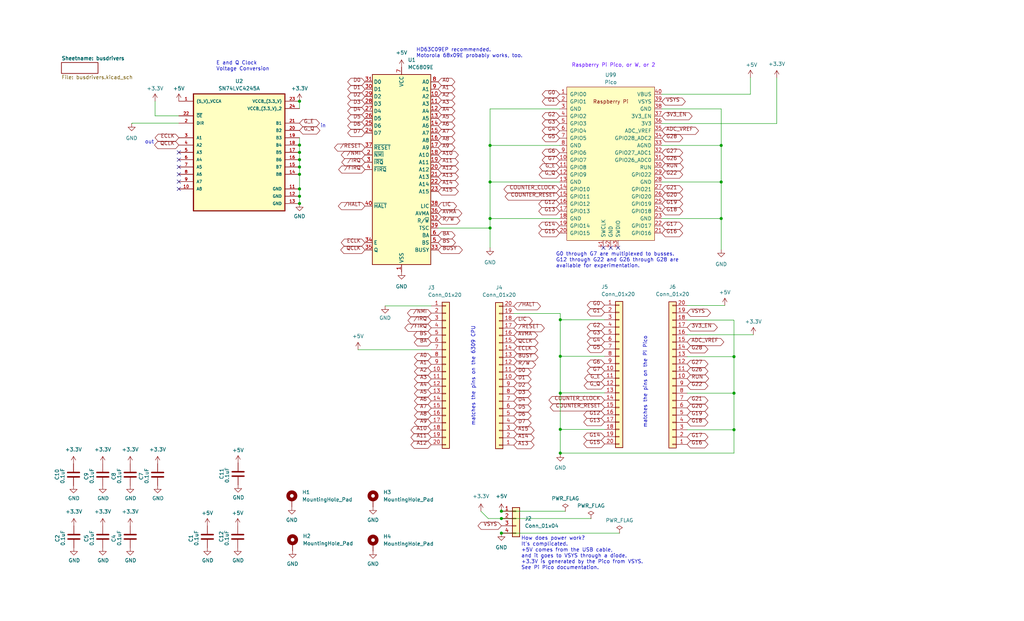
<source format=kicad_sch>
(kicad_sch (version 20230121) (generator eeschema)
  (paper "USLegal")
  (title_block (title "TFR/905  (6309  SBC) for RPi Pico (1, 2, W)") (date "2025-02-20") (company "Henry Strickland   <strick@yak.net>  github.com/strickyak/tfr9") (comment 3 "Released under the MIT License (opensource.org/license/mit)"))
  (lib_symbols
    (symbol "+5V_1" (power) (pin_names (offset 0))
      (property "Value" "+5V_1" (at 0 3.556 0))
      (symbol "+5V_1_1_1"
        (pin power_in line (at 0 0 90) (length 0) hide (name "+5V") (number "1"))
      )
    )
    (symbol "+5V_2" (power) (pin_names (offset 0))
      (property "Value" "+5V_2" (at 0 3.556 0))
      (symbol "+5V_2_1_1"
        (pin power_in line (at 0 0 90) (length 0) hide (name "+5V") (number "1"))
      )
    )
    (symbol "+5V_3" (power) (pin_names (offset 0))
      (property "Value" "+5V_3" (at 0 3.556 0))
      (symbol "+5V_3_1_1"
        (pin power_in line (at 0 0 90) (length 0) hide (name "+5V") (number "1"))
      )
    )
    (symbol "+5V_4" (power) (pin_names (offset 0))
      (property "Value" "+5V_4" (at 0 3.556 0))
      (symbol "+5V_4_1_1"
        (pin power_in line (at 0 0 90) (length 0) hide (name "+5V") (number "1"))
      )
    )
    (symbol "+5V_5" (power) (pin_names (offset 0))
      (property "Value" "+5V_5" (at 0 3.556 0))
      (symbol "+5V_5_1_1"
        (pin power_in line (at 0 0 90) (length 0) hide (name "+5V") (number "1"))
      )
    )
    (symbol "+5V_6" (power) (pin_names (offset 0))
      (property "Value" "+5V_6" (at 0 3.556 0))
      (symbol "+5V_6_1_1"
        (pin power_in line (at 0 0 90) (length 0) hide (name "+5V") (number "1"))
      )
    )
    (symbol "CPU_NXP_6800:MC6809E"
      (property "Reference" "U" (at -7.62 34.544 0))
      (property "Value" "MC6809E" (at 10.16 34.544 0))
      (symbol "MC6809E_1_1"
        (pin power_in line (at 0 -35.56 90) (length 2.54) (name "VSS") (number "1"))
        (pin output line (at 12.7 25.4 180) (length 2.54) (name "A2") (number "10"))
        (pin output line (at 12.7 22.86 180) (length 2.54) (name "A3") (number "11"))
        (pin output line (at 12.7 20.32 180) (length 2.54) (name "A4") (number "12"))
        (pin output line (at 12.7 17.78 180) (length 2.54) (name "A5") (number "13"))
        (pin output line (at 12.7 15.24 180) (length 2.54) (name "A6") (number "14"))
        (pin output line (at 12.7 12.7 180) (length 2.54) (name "A7") (number "15"))
        (pin output line (at 12.7 10.16 180) (length 2.54) (name "A8") (number "16"))
        (pin output line (at 12.7 7.62 180) (length 2.54) (name "A9") (number "17"))
        (pin output line (at 12.7 5.08 180) (length 2.54) (name "A10") (number "18"))
        (pin output line (at 12.7 2.54 180) (length 2.54) (name "A11") (number "19"))
        (pin input line (at -12.7 5.08 0) (length 2.54) (name "~{NMI}") (number "2"))
        (pin output line (at 12.7 0 180) (length 2.54) (name "A12") (number "20"))
        (pin output line (at 12.7 -2.54 180) (length 2.54) (name "A13") (number "21"))
        (pin output line (at 12.7 -5.08 180) (length 2.54) (name "A14") (number "22"))
        (pin output line (at 12.7 -7.62 180) (length 2.54) (name "A15") (number "23"))
        (pin bidirectional line (at -12.7 12.7 0) (length 2.54) (name "D7") (number "24"))
        (pin bidirectional line (at -12.7 15.24 0) (length 2.54) (name "D6") (number "25"))
        (pin bidirectional line (at -12.7 17.78 0) (length 2.54) (name "D5") (number "26"))
        (pin bidirectional line (at -12.7 20.32 0) (length 2.54) (name "D4") (number "27"))
        (pin bidirectional line (at -12.7 22.86 0) (length 2.54) (name "D3") (number "28"))
        (pin bidirectional line (at -12.7 25.4 0) (length 2.54) (name "D2") (number "29"))
        (pin input line (at -12.7 2.54 0) (length 2.54) (name "~{IRQ}") (number "3"))
        (pin bidirectional line (at -12.7 27.94 0) (length 2.54) (name "D1") (number "30"))
        (pin bidirectional line (at -12.7 30.48 0) (length 2.54) (name "D0") (number "31"))
        (pin output line (at 12.7 -17.78 180) (length 2.54) (name "R/~{W}") (number "32"))
        (pin output line (at 12.7 -27.94 180) (length 2.54) (name "BUSY") (number "33"))
        (pin input line (at -12.7 -25.4 0) (length 2.54) (name "E") (number "34"))
        (pin input line (at -12.7 -27.94 0) (length 2.54) (name "Q") (number "35"))
        (pin output line (at 12.7 -15.24 180) (length 2.54) (name "AVMA") (number "36"))
        (pin input line (at -12.7 7.62 0) (length 2.54) (name "~{RESET}") (number "37"))
        (pin output line (at 12.7 -12.7 180) (length 2.54) (name "LIC") (number "38"))
        (pin output line (at 12.7 -20.32 180) (length 2.54) (name "TSC") (number "39"))
        (pin input line (at -12.7 0 0) (length 2.54) (name "~{FIRQ}") (number "4"))
        (pin input line (at -12.7 -12.7 0) (length 2.54) (name "~{HALT}") (number "40"))
        (pin output line (at 12.7 -25.4 180) (length 2.54) (name "BS") (number "5"))
        (pin output line (at 12.7 -22.86 180) (length 2.54) (name "BA") (number "6"))
        (pin power_in line (at 0 35.56 270) (length 2.54) (name "VCC") (number "7"))
        (pin output line (at 12.7 30.48 180) (length 2.54) (name "A0") (number "8"))
        (pin output line (at 12.7 27.94 180) (length 2.54) (name "A1") (number "9"))
      )
    )
    (symbol "Connector_Generic:Conn_01x04" (pin_names (offset 1.016) hide)
      (property "Reference" "J" (at 0 5.08 0))
      (property "Value" "Conn_01x04" (at 0 -7.62 0))
      (symbol "Conn_01x04_1_1"
        (pin passive line (at -5.08 2.54 0) (length 3.81) (name "Pin_1") (number "1"))
        (pin passive line (at -5.08 0 0) (length 3.81) (name "Pin_2") (number "2"))
        (pin passive line (at -5.08 -2.54 0) (length 3.81) (name "Pin_3") (number "3"))
        (pin passive line (at -5.08 -5.08 0) (length 3.81) (name "Pin_4") (number "4"))
      )
    )
    (symbol "Connector_Generic:Conn_01x20" (pin_names (offset 1.016) hide)
      (property "Reference" "J" (at 0 25.4 0))
      (property "Value" "Conn_01x20" (at 0 -27.94 0))
      (symbol "Conn_01x20_1_1"
        (pin passive line (at -5.08 22.86 0) (length 3.81) (name "Pin_1") (number "1"))
        (pin passive line (at -5.08 0 0) (length 3.81) (name "Pin_10") (number "10"))
        (pin passive line (at -5.08 -2.54 0) (length 3.81) (name "Pin_11") (number "11"))
        (pin passive line (at -5.08 -5.08 0) (length 3.81) (name "Pin_12") (number "12"))
        (pin passive line (at -5.08 -7.62 0) (length 3.81) (name "Pin_13") (number "13"))
        (pin passive line (at -5.08 -10.16 0) (length 3.81) (name "Pin_14") (number "14"))
        (pin passive line (at -5.08 -12.7 0) (length 3.81) (name "Pin_15") (number "15"))
        (pin passive line (at -5.08 -15.24 0) (length 3.81) (name "Pin_16") (number "16"))
        (pin passive line (at -5.08 -17.78 0) (length 3.81) (name "Pin_17") (number "17"))
        (pin passive line (at -5.08 -20.32 0) (length 3.81) (name "Pin_18") (number "18"))
        (pin passive line (at -5.08 -22.86 0) (length 3.81) (name "Pin_19") (number "19"))
        (pin passive line (at -5.08 20.32 0) (length 3.81) (name "Pin_2") (number "2"))
        (pin passive line (at -5.08 -25.4 0) (length 3.81) (name "Pin_20") (number "20"))
        (pin passive line (at -5.08 17.78 0) (length 3.81) (name "Pin_3") (number "3"))
        (pin passive line (at -5.08 15.24 0) (length 3.81) (name "Pin_4") (number "4"))
        (pin passive line (at -5.08 12.7 0) (length 3.81) (name "Pin_5") (number "5"))
        (pin passive line (at -5.08 10.16 0) (length 3.81) (name "Pin_6") (number "6"))
        (pin passive line (at -5.08 7.62 0) (length 3.81) (name "Pin_7") (number "7"))
        (pin passive line (at -5.08 5.08 0) (length 3.81) (name "Pin_8") (number "8"))
        (pin passive line (at -5.08 2.54 0) (length 3.81) (name "Pin_9") (number "9"))
      )
    )
    (symbol "Device:C" (pin_numbers hide) (pin_names (offset 0.254))
      (property "Reference" "C" (at 0.635 2.54 0))
      (property "Value" "C" (at 0.635 -2.54 0))
      (symbol "C_1_1"
        (pin passive line (at 0 3.81 270) (length 2.794) (name "~") (number "1"))
        (pin passive line (at 0 -3.81 90) (length 2.794) (name "~") (number "2"))
      )
    )
    (symbol "GND_1" (power) (pin_names (offset 0))
      (property "Value" "GND_1" (at 0 -3.81 0))
      (symbol "GND_1_1_1"
        (pin power_in line (at 0 0 270) (length 0) hide (name "GND") (number "1"))
      )
    )
    (symbol "GND_10" (power) (pin_names (offset 0))
      (property "Value" "GND_10" (at 0 -3.81 0))
      (symbol "GND_10_1_1"
        (pin power_in line (at 0 0 270) (length 0) hide (name "GND") (number "1"))
      )
    )
    (symbol "GND_2" (power) (pin_names (offset 0))
      (property "Value" "GND_2" (at 0 -3.81 0))
      (symbol "GND_2_1_1"
        (pin power_in line (at 0 0 270) (length 0) hide (name "GND") (number "1"))
      )
    )
    (symbol "GND_3" (power) (pin_names (offset 0))
      (property "Value" "GND_3" (at 0 -3.81 0))
      (symbol "GND_3_1_1"
        (pin power_in line (at 0 0 270) (length 0) hide (name "GND") (number "1"))
      )
    )
    (symbol "GND_4" (power) (pin_names (offset 0))
      (property "Value" "GND_4" (at 0 -3.81 0))
      (symbol "GND_4_1_1"
        (pin power_in line (at 0 0 270) (length 0) hide (name "GND") (number "1"))
      )
    )
    (symbol "GND_5" (power) (pin_names (offset 0))
      (property "Value" "GND_5" (at 0 -3.81 0))
      (symbol "GND_5_1_1"
        (pin power_in line (at 0 0 270) (length 0) hide (name "GND") (number "1"))
      )
    )
    (symbol "GND_6" (power) (pin_names (offset 0))
      (property "Value" "GND_6" (at 0 -3.81 0))
      (symbol "GND_6_1_1"
        (pin power_in line (at 0 0 270) (length 0) hide (name "GND") (number "1"))
      )
    )
    (symbol "GND_7" (power) (pin_names (offset 0))
      (property "Value" "GND_7" (at 0 -3.81 0))
      (symbol "GND_7_1_1"
        (pin power_in line (at 0 0 270) (length 0) hide (name "GND") (number "1"))
      )
    )
    (symbol "GND_8" (power) (pin_names (offset 0))
      (property "Value" "GND_8" (at 0 -3.81 0))
      (symbol "GND_8_1_1"
        (pin power_in line (at 0 0 270) (length 0) hide (name "GND") (number "1"))
      )
    )
    (symbol "GND_9" (power) (pin_names (offset 0))
      (property "Value" "GND_9" (at 0 -3.81 0))
      (symbol "GND_9_1_1"
        (pin power_in line (at 0 0 270) (length 0) hide (name "GND") (number "1"))
      )
    )
    (symbol "Mechanical:MountingHole_Pad" (pin_numbers hide) (pin_names (offset 1.016) hide)
      (property "Reference" "H" (at 0 6.35 0))
      (property "Value" "MountingHole_Pad" (at 0 4.445 0))
      (symbol "MountingHole_Pad_1_1"
        (pin input line (at 0 -2.54 90) (length 2.54) (name "1") (number "1"))
      )
    )
    (symbol "RPi_Pico:Pico" (pin_names (offset 1.016))
      (property "Reference" "U" (at -13.97 27.94 0))
      (property "Value" "Pico" (at 0 19.05 0))
      (symbol "Pico_0_0"
        (text "Raspberry Pi" (at 0 21.59 0) (effects (font (size 1.27 1.27))))
      )
      (symbol "Pico_1_1"
        (pin bidirectional line (at -17.78 24.13 0) (length 2.54) (name "GPIO0") (number "1"))
        (pin bidirectional line (at -17.78 1.27 0) (length 2.54) (name "GPIO7") (number "10"))
        (pin bidirectional line (at -17.78 -1.27 0) (length 2.54) (name "GPIO8") (number "11"))
        (pin bidirectional line (at -17.78 -3.81 0) (length 2.54) (name "GPIO9") (number "12"))
        (pin power_in line (at -17.78 -6.35 0) (length 2.54) (name "GND") (number "13"))
        (pin bidirectional line (at -17.78 -8.89 0) (length 2.54) (name "GPIO10") (number "14"))
        (pin bidirectional line (at -17.78 -11.43 0) (length 2.54) (name "GPIO11") (number "15"))
        (pin bidirectional line (at -17.78 -13.97 0) (length 2.54) (name "GPIO12") (number "16"))
        (pin bidirectional line (at -17.78 -16.51 0) (length 2.54) (name "GPIO13") (number "17"))
        (pin power_in line (at -17.78 -19.05 0) (length 2.54) (name "GND") (number "18"))
        (pin bidirectional line (at -17.78 -21.59 0) (length 2.54) (name "GPIO14") (number "19"))
        (pin bidirectional line (at -17.78 21.59 0) (length 2.54) (name "GPIO1") (number "2"))
        (pin bidirectional line (at -17.78 -24.13 0) (length 2.54) (name "GPIO15") (number "20"))
        (pin bidirectional line (at 17.78 -24.13 180) (length 2.54) (name "GPIO16") (number "21"))
        (pin bidirectional line (at 17.78 -21.59 180) (length 2.54) (name "GPIO17") (number "22"))
        (pin power_in line (at 17.78 -19.05 180) (length 2.54) (name "GND") (number "23"))
        (pin bidirectional line (at 17.78 -16.51 180) (length 2.54) (name "GPIO18") (number "24"))
        (pin bidirectional line (at 17.78 -13.97 180) (length 2.54) (name "GPIO19") (number "25"))
        (pin bidirectional line (at 17.78 -11.43 180) (length 2.54) (name "GPIO20") (number "26"))
        (pin bidirectional line (at 17.78 -8.89 180) (length 2.54) (name "GPIO21") (number "27"))
        (pin power_in line (at 17.78 -6.35 180) (length 2.54) (name "GND") (number "28"))
        (pin bidirectional line (at 17.78 -3.81 180) (length 2.54) (name "GPIO22") (number "29"))
        (pin power_in line (at -17.78 19.05 0) (length 2.54) (name "GND") (number "3"))
        (pin input line (at 17.78 -1.27 180) (length 2.54) (name "RUN") (number "30"))
        (pin bidirectional line (at 17.78 1.27 180) (length 2.54) (name "GPIO26_ADC0") (number "31"))
        (pin bidirectional line (at 17.78 3.81 180) (length 2.54) (name "GPIO27_ADC1") (number "32"))
        (pin power_in line (at 17.78 6.35 180) (length 2.54) (name "AGND") (number "33"))
        (pin bidirectional line (at 17.78 8.89 180) (length 2.54) (name "GPIO28_ADC2") (number "34"))
        (pin unspecified line (at 17.78 11.43 180) (length 2.54) (name "ADC_VREF") (number "35"))
        (pin unspecified line (at 17.78 13.97 180) (length 2.54) (name "3V3") (number "36"))
        (pin input line (at 17.78 16.51 180) (length 2.54) (name "3V3_EN") (number "37"))
        (pin bidirectional line (at 17.78 19.05 180) (length 2.54) (name "GND") (number "38"))
        (pin unspecified line (at 17.78 21.59 180) (length 2.54) (name "VSYS") (number "39"))
        (pin bidirectional line (at -17.78 16.51 0) (length 2.54) (name "GPIO2") (number "4"))
        (pin unspecified line (at 17.78 24.13 180) (length 2.54) (name "VBUS") (number "40"))
        (pin input line (at -2.54 -29.21 90) (length 2.54) (name "SWCLK") (number "41"))
        (pin power_in line (at 0 -29.21 90) (length 2.54) (name "GND") (number "42"))
        (pin bidirectional line (at 2.54 -29.21 90) (length 2.54) (name "SWDIO") (number "43"))
        (pin bidirectional line (at -17.78 13.97 0) (length 2.54) (name "GPIO3") (number "5"))
        (pin bidirectional line (at -17.78 11.43 0) (length 2.54) (name "GPIO4") (number "6"))
        (pin bidirectional line (at -17.78 8.89 0) (length 2.54) (name "GPIO5") (number "7"))
        (pin power_in line (at -17.78 6.35 0) (length 2.54) (name "GND") (number "8"))
        (pin bidirectional line (at -17.78 3.81 0) (length 2.54) (name "GPIO6") (number "9"))
      )
    )
    (symbol "SN74LVC4245ADWR:SN74LVC4245A" (pin_names (offset 1.016))
      (property "Reference" "U" (at -20.32 26.4 0))
      (property "Value" "SN74LVC4245A" (at -20.32 -18.415 0))
      (symbol "SN74LVC4245A_0_0"
        (pin power_in line (at -25.4 22.86 0) (length 5.08) (name "(5_V)_VCCA") (number "1"))
        (pin bidirectional line (at -25.4 -7.62 0) (length 5.08) (name "A8") (number "10"))
        (pin power_in line (at 16.51 -7.62 180) (length 5.08) (name "GND") (number "11"))
        (pin power_in line (at 16.51 -10.16 180) (length 5.08) (name "GND") (number "12"))
        (pin power_in line (at 16.51 -12.7 180) (length 5.08) (name "GND") (number "13"))
        (pin bidirectional line (at 16.51 -2.54 180) (length 5.08) (name "B8") (number "14"))
        (pin bidirectional line (at 16.51 0 180) (length 5.08) (name "B7") (number "15"))
        (pin bidirectional line (at 16.51 2.54 180) (length 5.08) (name "B6") (number "16"))
        (pin bidirectional line (at 16.51 5.08 180) (length 5.08) (name "B5") (number "17"))
        (pin bidirectional line (at 16.51 7.62 180) (length 5.08) (name "B4") (number "18"))
        (pin bidirectional line (at 16.51 10.16 180) (length 5.08) (name "B3") (number "19"))
        (pin input line (at -25.4 15.24 0) (length 5.08) (name "DIR") (number "2"))
        (pin bidirectional line (at 16.51 12.7 180) (length 5.08) (name "B2") (number "20"))
        (pin bidirectional line (at 16.51 15.24 180) (length 5.08) (name "B1") (number "21"))
        (pin input line (at -25.4 17.78 0) (length 5.08) (name "~{OE}") (number "22"))
        (pin power_in line (at 16.51 22.86 180) (length 5.08) (name "VCCB_(3.3_V)") (number "23"))
        (pin power_in line (at 16.51 20.32 180) (length 5.08) (name "VCCB_(3.3_V)_2") (number "24"))
        (pin bidirectional line (at -25.4 10.16 0) (length 5.08) (name "A1") (number "3"))
        (pin bidirectional line (at -25.4 7.62 0) (length 5.08) (name "A2") (number "4"))
        (pin bidirectional line (at -25.4 5.08 0) (length 5.08) (name "A3") (number "5"))
        (pin bidirectional line (at -25.4 2.54 0) (length 5.08) (name "A4") (number "6"))
        (pin bidirectional line (at -25.4 0 0) (length 5.08) (name "A5") (number "7"))
        (pin bidirectional line (at -25.4 -2.54 0) (length 5.08) (name "A6") (number "8"))
        (pin bidirectional line (at -25.4 -5.08 0) (length 5.08) (name "A7") (number "9"))
      )
    )
    (symbol "power:+3.3V" (power) (pin_names (offset 0))
      (property "Value" "+3.3V" (at 0 3.556 0))
      (symbol "+3.3V_1_1"
        (pin power_in line (at 0 0 90) (length 0) hide (name "+3.3V") (number "1"))
      )
    )
    (symbol "power:+5V" (power) (pin_names (offset 0))
      (property "Value" "+5V" (at 0 3.556 0))
      (symbol "+5V_1_1"
        (pin power_in line (at 0 0 90) (length 0) hide (name "+5V") (number "1"))
      )
    )
    (symbol "power:GND" (power) (pin_names (offset 0))
      (property "Value" "GND" (at 0 -3.81 0))
      (symbol "GND_1_1"
        (pin power_in line (at 0 0 270) (length 0) hide (name "GND") (number "1"))
      )
    )
    (symbol "power:PWR_FLAG" (power) (pin_numbers hide) (pin_names (offset 0) hide)
      (property "Value" "PWR_FLAG" (at 0 3.81 0))
      (symbol "PWR_FLAG_0_0"
        (pin power_out line (at 0 0 90) (length 0) (name "pwr") (number "1"))
      )
    )
  )
  (junction (at 170.18 79.248))
  (junction (at 250.444 75.946))
  (junction (at 194.564 157.48))
  (junction (at 170.18 75.946))
  (junction (at 104.013 35.179))
  (junction (at 104.013 50.419))
  (junction (at 104.013 60.579))
  (junction (at 104.013 55.499))
  (junction (at 174.117 177.673))
  (junction (at 104.013 52.959))
  (junction (at 194.564 123.825))
  (junction (at 170.18 63.246))
  (junction (at 104.013 68.199))
  (junction (at 250.444 63.246))
  (junction (at 104.013 70.739))
  (junction (at 170.18 50.546))
  (junction (at 254.889 136.652))
  (junction (at 104.013 58.039))
  (junction (at 174.117 180.213))
  (junction (at 194.564 149.225))
  (junction (at 194.564 111.125))
  (junction (at 254.889 123.952))
  (junction (at 174.117 185.293))
  (junction (at 254.889 149.352))
  (junction (at 194.564 136.652))
  (junction (at 104.013 65.659))
  (junction (at 250.444 50.546))
  (no_connect (at 62.103 60.579))
  (no_connect (at 212.09 86.106))
  (no_connect (at 62.103 55.499))
  (no_connect (at 62.103 52.959))
  (no_connect (at 214.63 86.106))
  (no_connect (at 62.103 63.119))
  (no_connect (at 62.103 58.039))
  (no_connect (at 62.103 65.659))
  (no_connect (at 209.55 86.106))
  (wire (pts (xy 238.633 149.352) (xy 254.889 149.352)))
  (wire (pts (xy 254.889 123.952) (xy 254.889 111.379)))
  (wire (pts (xy 174.117 180.213) (xy 205.232 180.213)))
  (wire (pts (xy 215.138 185.293) (xy 174.117 185.293)))
  (wire (pts (xy 194.564 111.125) (xy 194.564 123.825)))
  (wire (pts (xy 250.444 37.846) (xy 250.444 50.546)))
  (wire (pts (xy 194.564 136.652) (xy 194.564 149.225)))
  (wire (pts (xy 229.87 37.846) (xy 250.444 37.846)))
  (wire (pts (xy 254.889 157.48) (xy 254.889 149.352)))
  (wire (pts (xy 194.564 108.966) (xy 194.564 111.125)))
  (wire (pts (xy 53.848 40.259) (xy 62.103 40.259)))
  (wire (pts (xy 104.013 35.179) (xy 104.013 37.719)))
  (wire (pts (xy 170.18 37.846) (xy 170.18 50.546)))
  (wire (pts (xy 254.889 149.352) (xy 254.889 136.652)))
  (wire (pts (xy 104.013 60.579) (xy 104.013 65.659)))
  (wire (pts (xy 174.117 177.673) (xy 196.342 177.673)))
  (wire (pts (xy 104.013 65.659) (xy 104.013 68.199)))
  (wire (pts (xy 250.444 75.946) (xy 250.444 86.741)))
  (wire (pts (xy 194.564 157.48) (xy 254.889 157.48)))
  (wire (pts (xy 45.847 42.926) (xy 45.847 42.799)))
  (wire (pts (xy 238.633 106.172) (xy 251.714 106.172)))
  (wire (pts (xy 194.564 123.825) (xy 209.931 123.825)))
  (wire (pts (xy 133.731 106.299) (xy 149.733 106.299)))
  (wire (pts (xy 229.87 42.926) (xy 269.748 42.926)))
  (wire (pts (xy 152.146 79.248) (xy 170.18 79.248)))
  (wire (pts (xy 238.633 116.332) (xy 261.62 116.332)))
  (wire (pts (xy 254.889 111.379) (xy 254.762 111.252)))
  (wire (pts (xy 238.633 136.652) (xy 254.889 136.652)))
  (wire (pts (xy 254.889 136.652) (xy 254.889 123.952)))
  (wire (pts (xy 229.87 32.766) (xy 260.604 32.766)))
  (wire (pts (xy 104.013 50.419) (xy 104.013 52.959)))
  (wire (pts (xy 229.87 50.546) (xy 250.444 50.546)))
  (wire (pts (xy 53.848 35.179) (xy 53.848 40.259)))
  (wire (pts (xy 104.013 58.039) (xy 104.013 60.579)))
  (wire (pts (xy 238.633 111.252) (xy 254.762 111.252)))
  (wire (pts (xy 104.013 47.879) (xy 104.013 50.419)))
  (wire (pts (xy 269.748 27.051) (xy 269.748 42.926)))
  (wire (pts (xy 194.691 136.525) (xy 194.564 136.652)))
  (wire (pts (xy 229.87 75.946) (xy 250.444 75.946)))
  (wire (pts (xy 194.564 157.48) (xy 194.564 157.734)))
  (wire (pts (xy 170.18 79.248) (xy 170.18 86.106)))
  (wire (pts (xy 170.18 63.246) (xy 194.31 63.246)))
  (wire (pts (xy 229.87 63.246) (xy 250.444 63.246)))
  (wire (pts (xy 250.444 50.546) (xy 250.444 63.246)))
  (wire (pts (xy 170.18 50.546) (xy 170.18 63.246)))
  (wire (pts (xy 178.435 108.966) (xy 194.564 108.966)))
  (wire (pts (xy 45.847 42.799) (xy 62.103 42.799)))
  (wire (pts (xy 238.633 123.952) (xy 254.889 123.952)))
  (wire (pts (xy 104.013 55.499) (xy 104.013 58.039)))
  (wire (pts (xy 194.564 123.825) (xy 194.564 136.652)))
  (wire (pts (xy 104.013 52.959) (xy 104.013 55.499)))
  (wire (pts (xy 45.72 42.926) (xy 45.847 42.926)))
  (wire (pts (xy 170.18 63.246) (xy 170.18 75.946)))
  (wire (pts (xy 170.18 75.946) (xy 170.18 79.248)))
  (wire (pts (xy 170.18 75.946) (xy 194.31 75.946)))
  (wire (pts (xy 124.333 121.539) (xy 149.733 121.539)))
  (wire (pts (xy 169.545 180.213) (xy 167.005 177.673)))
  (wire (pts (xy 104.013 68.199) (xy 104.013 70.739)))
  (wire (pts (xy 260.604 26.924) (xy 260.604 32.766)))
  (wire (pts (xy 174.117 180.213) (xy 169.545 180.213)))
  (wire (pts (xy 170.18 37.846) (xy 194.31 37.846)))
  (wire (pts (xy 170.18 50.546) (xy 194.31 50.546)))
  (wire (pts (xy 194.564 111.125) (xy 209.931 111.125)))
  (wire (pts (xy 250.444 63.246) (xy 250.444 75.946)))
  (wire (pts (xy 209.931 136.525) (xy 194.691 136.525)))
  (wire (pts (xy 194.564 149.225) (xy 194.564 157.48)))
  (wire (pts (xy 194.564 149.225) (xy 209.931 149.225)))
  (text "Raspberry Pi Pico, or W, or 2" (at 198.501 23.495 0) (effects (font (size 1.27 1.27)) (justify left bottom)))
  (text "in" (at 111.252 44.577 0) (effects (font (size 1.27 1.27)) (justify left bottom)))
  (text "How does power work?\nIt's complicated.\n+5V comes from the USB cable,\nand it goes to VSYS through a diode.\n+3.3V is generated by the Pico from VSYS.\nSee Pi Pico documentation.\n" (at 180.975 198.12 0) (effects (font (size 1.27 1.27)) (justify left bottom)))
  (text "matches the pins on the Pi Pico" (at 224.79 148.844 90) (effects (font (size 1.27 1.27)) (justify left bottom)))
  (text "HD63C09EP recommended.\nMotorola 68x09E probably works, too. " (at 144.526 20.193 0) (effects (font (size 1.27 1.27)) (justify left bottom)))
  (text "matches the pins on the 6309 CPU" (at 165.1 148.082 90) (effects (font (size 1.27 1.27)) (justify left bottom)))
  (text "out" (at 50.292 50.165 0) (effects (font (size 1.27 1.27)) (justify left bottom)))
  (text "E and Q Clock\nVoltage Conversion" (at 75.057 24.765 0) (effects (font (size 1.27 1.27)) (justify left bottom)))
  (text "G0 through G7 are multiplexed to busses.\nG12 through G22 and G26 through G28 are\navailable for experimentation.\n" (at 193.04 93.218 0) (effects (font (size 1.27 1.27)) (justify left bottom)))
  (global_label "G17" (shape bidirectional) (at 229.87 78.486 0) (property "Intersheetrefs" "${INTERSHEET_REFS}" (effects hide)))
  (global_label "RUN" (shape bidirectional) (at 238.633 131.572 0) (property "Intersheetrefs" "${INTERSHEET_REFS}" (effects hide)))
  (global_label "A11" (shape bidirectional) (at 149.733 152.019 180) (property "Intersheetrefs" "${INTERSHEET_REFS}" (effects hide)))
  (global_label "G6" (shape bidirectional) (at 194.31 53.086 180) (property "Intersheetrefs" "${INTERSHEET_REFS}" (effects hide)))
  (global_label "G1" (shape bidirectional) (at 194.31 35.306 180) (property "Intersheetrefs" "${INTERSHEET_REFS}" (effects hide)))
  (global_label "G27" (shape bidirectional) (at 238.633 126.492 0) (property "Intersheetrefs" "${INTERSHEET_REFS}" (effects hide)))
  (global_label "COUNTER_CLOCK" (shape bidirectional) (at 194.31 65.786 180) (property "Intersheetrefs" "${INTERSHEET_REFS}" (effects hide)))
  (global_label "BUSY" (shape bidirectional) (at 152.146 86.868 0) (property "Intersheetrefs" "${INTERSHEET_REFS}" (effects hide)))
  (global_label "3V3_EN" (shape bidirectional) (at 229.87 40.386 0) (property "Intersheetrefs" "${INTERSHEET_REFS}" (effects hide)))
  (global_label "G4" (shape bidirectional) (at 194.31 45.466 180) (property "Intersheetrefs" "${INTERSHEET_REFS}" (effects hide)))
  (global_label "BUSY" (shape bidirectional) (at 178.435 124.206 0) (property "Intersheetrefs" "${INTERSHEET_REFS}" (effects hide)))
  (global_label "G20" (shape bidirectional) (at 238.633 141.732 0) (property "Intersheetrefs" "${INTERSHEET_REFS}" (effects hide)))
  (global_label "D4" (shape bidirectional) (at 126.746 38.608 180) (property "Intersheetrefs" "${INTERSHEET_REFS}" (effects hide)))
  (global_label "COUNTER_RESET" (shape bidirectional) (at 209.931 141.605 180) (property "Intersheetrefs" "${INTERSHEET_REFS}" (effects hide)))
  (global_label "QCLK" (shape bidirectional) (at 126.746 86.868 180) (property "Intersheetrefs" "${INTERSHEET_REFS}" (effects hide)))
  (global_label "G17" (shape bidirectional) (at 238.633 151.892 0) (property "Intersheetrefs" "${INTERSHEET_REFS}" (effects hide)))
  (global_label "G5" (shape bidirectional) (at 194.31 48.006 180) (property "Intersheetrefs" "${INTERSHEET_REFS}" (effects hide)))
  (global_label "G21" (shape bidirectional) (at 238.633 139.192 0) (property "Intersheetrefs" "${INTERSHEET_REFS}" (effects hide)))
  (global_label "G0" (shape bidirectional) (at 194.31 32.766 180) (property "Intersheetrefs" "${INTERSHEET_REFS}" (effects hide)))
  (global_label "A8" (shape bidirectional) (at 149.733 144.399 180) (property "Intersheetrefs" "${INTERSHEET_REFS}" (effects hide)))
  (global_label "G_E" (shape bidirectional) (at 209.931 131.445 180) (property "Intersheetrefs" "${INTERSHEET_REFS}" (effects hide)))
  (global_label "G2" (shape bidirectional) (at 209.931 113.665 180) (property "Intersheetrefs" "${INTERSHEET_REFS}" (effects hide)))
  (global_label "{slash}RESET" (shape bidirectional) (at 126.746 51.308 180) (property "Intersheetrefs" "${INTERSHEET_REFS}" (effects hide)))
  (global_label "COUNTER_CLOCK" (shape bidirectional) (at 209.931 139.065 180) (property "Intersheetrefs" "${INTERSHEET_REFS}" (effects hide)))
  (global_label "A15" (shape bidirectional) (at 152.146 66.548 0) (property "Intersheetrefs" "${INTERSHEET_REFS}" (effects hide)))
  (global_label "A3" (shape bidirectional) (at 152.146 36.068 0) (property "Intersheetrefs" "${INTERSHEET_REFS}" (effects hide)))
  (global_label "{slash}HALT" (shape bidirectional) (at 178.435 106.426 0) (property "Intersheetrefs" "${INTERSHEET_REFS}" (effects hide)))
  (global_label "{slash}FIRQ" (shape bidirectional) (at 126.746 58.928 180) (property "Intersheetrefs" "${INTERSHEET_REFS}" (effects hide)))
  (global_label "A1" (shape bidirectional) (at 149.733 126.619 180) (property "Intersheetrefs" "${INTERSHEET_REFS}" (effects hide)))
  (global_label "G27" (shape bidirectional) (at 229.87 53.086 0) (property "Intersheetrefs" "${INTERSHEET_REFS}" (effects hide)))
  (global_label "{slash}FIRQ" (shape bidirectional) (at 149.733 113.919 180) (property "Intersheetrefs" "${INTERSHEET_REFS}" (effects hide)))
  (global_label "RUN" (shape bidirectional) (at 229.87 58.166 0) (property "Intersheetrefs" "${INTERSHEET_REFS}" (effects hide)))
  (global_label "G21" (shape bidirectional) (at 229.87 65.786 0) (property "Intersheetrefs" "${INTERSHEET_REFS}" (effects hide)))
  (global_label "{slash}IRQ" (shape bidirectional) (at 126.746 56.388 180) (property "Intersheetrefs" "${INTERSHEET_REFS}" (effects hide)))
  (global_label "G19" (shape bidirectional) (at 229.87 70.866 0) (property "Intersheetrefs" "${INTERSHEET_REFS}" (effects hide)))
  (global_label "{slash}HALT" (shape bidirectional) (at 126.746 71.628 180) (property "Intersheetrefs" "${INTERSHEET_REFS}" (effects hide)))
  (global_label "A0" (shape bidirectional) (at 149.733 124.079 180) (property "Intersheetrefs" "${INTERSHEET_REFS}" (effects hide)))
  (global_label "A7" (shape bidirectional) (at 149.733 141.859 180) (property "Intersheetrefs" "${INTERSHEET_REFS}" (effects hide)))
  (global_label "A0" (shape bidirectional) (at 152.146 28.448 0) (property "Intersheetrefs" "${INTERSHEET_REFS}" (effects hide)))
  (global_label "A13" (shape bidirectional) (at 152.146 61.468 0) (property "Intersheetrefs" "${INTERSHEET_REFS}" (effects hide)))
  (global_label "A4" (shape bidirectional) (at 152.146 38.608 0) (property "Intersheetrefs" "${INTERSHEET_REFS}" (effects hide)))
  (global_label "D2" (shape bidirectional) (at 178.435 134.366 0) (property "Intersheetrefs" "${INTERSHEET_REFS}" (effects hide)))
  (global_label "G19" (shape bidirectional) (at 238.633 144.272 0) (property "Intersheetrefs" "${INTERSHEET_REFS}" (effects hide)))
  (global_label "G3" (shape bidirectional) (at 194.31 42.926 180) (property "Intersheetrefs" "${INTERSHEET_REFS}" (effects hide)))
  (global_label "G12" (shape bidirectional) (at 209.931 144.145 180) (property "Intersheetrefs" "${INTERSHEET_REFS}" (effects hide)))
  (global_label "A12" (shape bidirectional) (at 152.146 58.928 0) (property "Intersheetrefs" "${INTERSHEET_REFS}" (effects hide)))
  (global_label "VSYS" (shape bidirectional) (at 174.117 182.753 180) (property "Intersheetrefs" "${INTERSHEET_REFS}" (effects hide)))
  (global_label "A10" (shape bidirectional) (at 149.733 149.479 180) (property "Intersheetrefs" "${INTERSHEET_REFS}" (effects hide)))
  (global_label "A2" (shape bidirectional) (at 152.146 33.528 0) (property "Intersheetrefs" "${INTERSHEET_REFS}" (effects hide)))
  (global_label "D1" (shape bidirectional) (at 178.435 131.826 0) (property "Intersheetrefs" "${INTERSHEET_REFS}" (effects hide)))
  (global_label "G18" (shape bidirectional) (at 229.87 73.406 0) (property "Intersheetrefs" "${INTERSHEET_REFS}" (effects hide)))
  (global_label "COUNTER_RESET" (shape bidirectional) (at 194.31 68.326 180) (property "Intersheetrefs" "${INTERSHEET_REFS}" (effects hide)))
  (global_label "BA" (shape bidirectional) (at 152.146 81.788 0) (property "Intersheetrefs" "${INTERSHEET_REFS}" (effects hide)))
  (global_label "A6" (shape bidirectional) (at 149.733 139.319 180) (property "Intersheetrefs" "${INTERSHEET_REFS}" (effects hide)))
  (global_label "A14" (shape bidirectional) (at 178.435 152.146 0) (property "Intersheetrefs" "${INTERSHEET_REFS}" (effects hide)))
  (global_label "ECLK" (shape bidirectional) (at 126.746 84.328 180) (property "Intersheetrefs" "${INTERSHEET_REFS}" (effects hide)))
  (global_label "A5" (shape bidirectional) (at 149.733 136.779 180) (property "Intersheetrefs" "${INTERSHEET_REFS}" (effects hide)))
  (global_label "G16" (shape bidirectional) (at 238.633 154.432 0) (property "Intersheetrefs" "${INTERSHEET_REFS}" (effects hide)))
  (global_label "G15" (shape bidirectional) (at 209.931 154.305 180) (property "Intersheetrefs" "${INTERSHEET_REFS}" (effects hide)))
  (global_label "G0" (shape bidirectional) (at 209.931 106.045 180) (property "Intersheetrefs" "${INTERSHEET_REFS}" (effects hide)))
  (global_label "G_Q" (shape bidirectional) (at 209.931 133.985 180) (property "Intersheetrefs" "${INTERSHEET_REFS}" (effects hide)))
  (global_label "G7" (shape bidirectional) (at 209.931 128.905 180) (property "Intersheetrefs" "${INTERSHEET_REFS}" (effects hide)))
  (global_label "{slash}IRQ" (shape bidirectional) (at 149.733 111.379 180) (property "Intersheetrefs" "${INTERSHEET_REFS}" (effects hide)))
  (global_label "G_Q" (shape bidirectional) (at 104.013 45.339 0) (property "Intersheetrefs" "${INTERSHEET_REFS}" (effects hide)))
  (global_label "A12" (shape bidirectional) (at 149.733 154.559 180) (property "Intersheetrefs" "${INTERSHEET_REFS}" (effects hide)))
  (global_label "G18" (shape bidirectional) (at 238.633 146.812 0) (property "Intersheetrefs" "${INTERSHEET_REFS}" (effects hide)))
  (global_label "G14" (shape bidirectional) (at 194.31 78.486 180) (property "Intersheetrefs" "${INTERSHEET_REFS}" (effects hide)))
  (global_label "D0" (shape bidirectional) (at 126.746 28.448 180) (property "Intersheetrefs" "${INTERSHEET_REFS}" (effects hide)))
  (global_label "A7" (shape bidirectional) (at 152.146 46.228 0) (property "Intersheetrefs" "${INTERSHEET_REFS}" (effects hide)))
  (global_label "3V3_EN" (shape bidirectional) (at 238.633 113.792 0) (property "Intersheetrefs" "${INTERSHEET_REFS}" (effects hide)))
  (global_label "G3" (shape bidirectional) (at 209.931 116.205 180) (property "Intersheetrefs" "${INTERSHEET_REFS}" (effects hide)))
  (global_label "G14" (shape bidirectional) (at 209.931 151.765 180) (property "Intersheetrefs" "${INTERSHEET_REFS}" (effects hide)))
  (global_label "VSYS" (shape bidirectional) (at 229.87 35.306 0) (property "Intersheetrefs" "${INTERSHEET_REFS}" (effects hide)))
  (global_label "G4" (shape bidirectional) (at 209.931 118.745 180) (property "Intersheetrefs" "${INTERSHEET_REFS}" (effects hide)))
  (global_label "A10" (shape bidirectional) (at 152.146 53.848 0) (property "Intersheetrefs" "${INTERSHEET_REFS}" (effects hide)))
  (global_label "G26" (shape bidirectional) (at 229.87 55.626 0) (property "Intersheetrefs" "${INTERSHEET_REFS}" (effects hide)))
  (global_label "D1" (shape bidirectional) (at 126.746 30.988 180) (property "Intersheetrefs" "${INTERSHEET_REFS}" (effects hide)))
  (global_label "G28" (shape bidirectional) (at 238.633 121.412 0) (property "Intersheetrefs" "${INTERSHEET_REFS}" (effects hide)))
  (global_label "QCLK" (shape bidirectional) (at 62.103 50.419 180) (property "Intersheetrefs" "${INTERSHEET_REFS}" (effects hide)))
  (global_label "D3" (shape bidirectional) (at 178.435 136.906 0) (property "Intersheetrefs" "${INTERSHEET_REFS}" (effects hide)))
  (global_label "D6" (shape bidirectional) (at 178.435 144.526 0) (property "Intersheetrefs" "${INTERSHEET_REFS}" (effects hide)))
  (global_label "ADC_VREF" (shape bidirectional) (at 238.633 118.872 0) (property "Intersheetrefs" "${INTERSHEET_REFS}" (effects hide)))
  (global_label "G7" (shape bidirectional) (at 194.31 55.626 180) (property "Intersheetrefs" "${INTERSHEET_REFS}" (effects hide)))
  (global_label "A9" (shape bidirectional) (at 149.733 146.939 180) (property "Intersheetrefs" "${INTERSHEET_REFS}" (effects hide)))
  (global_label "G12" (shape bidirectional) (at 194.31 70.866 180) (property "Intersheetrefs" "${INTERSHEET_REFS}" (effects hide)))
  (global_label "R{slash}W" (shape bidirectional) (at 152.146 76.708 0) (property "Intersheetrefs" "${INTERSHEET_REFS}" (effects hide)))
  (global_label "{slash}RESET" (shape bidirectional) (at 178.435 114.046 0) (property "Intersheetrefs" "${INTERSHEET_REFS}" (effects hide)))
  (global_label "G2" (shape bidirectional) (at 194.31 40.386 180) (property "Intersheetrefs" "${INTERSHEET_REFS}" (effects hide)))
  (global_label "ADC_VREF" (shape bidirectional) (at 229.87 45.466 0) (property "Intersheetrefs" "${INTERSHEET_REFS}" (effects hide)))
  (global_label "D5" (shape bidirectional) (at 126.746 41.148 180) (property "Intersheetrefs" "${INTERSHEET_REFS}" (effects hide)))
  (global_label "G26" (shape bidirectional) (at 238.633 129.032 0) (property "Intersheetrefs" "${INTERSHEET_REFS}" (effects hide)))
  (global_label "D5" (shape bidirectional) (at 178.435 141.986 0) (property "Intersheetrefs" "${INTERSHEET_REFS}" (effects hide)))
  (global_label "G22" (shape bidirectional) (at 229.87 60.706 0) (property "Intersheetrefs" "${INTERSHEET_REFS}" (effects hide)))
  (global_label "ECLK" (shape bidirectional) (at 62.103 47.879 180) (property "Intersheetrefs" "${INTERSHEET_REFS}" (effects hide)))
  (global_label "A4" (shape bidirectional) (at 149.733 134.239 180) (property "Intersheetrefs" "${INTERSHEET_REFS}" (effects hide)))
  (global_label "D6" (shape bidirectional) (at 126.746 43.688 180) (property "Intersheetrefs" "${INTERSHEET_REFS}" (effects hide)))
  (global_label "D7" (shape bidirectional) (at 178.435 147.066 0) (property "Intersheetrefs" "${INTERSHEET_REFS}" (effects hide)))
  (global_label "AVMA" (shape bidirectional) (at 178.435 116.586 0) (property "Intersheetrefs" "${INTERSHEET_REFS}" (effects hide)))
  (global_label "G_Q" (shape bidirectional) (at 194.31 60.706 180) (property "Intersheetrefs" "${INTERSHEET_REFS}" (effects hide)))
  (global_label "VSYS" (shape bidirectional) (at 238.633 108.712 0) (property "Intersheetrefs" "${INTERSHEET_REFS}" (effects hide)))
  (global_label "A6" (shape bidirectional) (at 152.146 43.688 0) (property "Intersheetrefs" "${INTERSHEET_REFS}" (effects hide)))
  (global_label "{slash}NMI" (shape bidirectional) (at 149.733 108.839 180) (property "Intersheetrefs" "${INTERSHEET_REFS}" (effects hide)))
  (global_label "G20" (shape bidirectional) (at 229.87 68.326 0) (property "Intersheetrefs" "${INTERSHEET_REFS}" (effects hide)))
  (global_label "D4" (shape bidirectional) (at 178.435 139.446 0) (property "Intersheetrefs" "${INTERSHEET_REFS}" (effects hide)))
  (global_label "D3" (shape bidirectional) (at 126.746 36.068 180) (property "Intersheetrefs" "${INTERSHEET_REFS}" (effects hide)))
  (global_label "A2" (shape bidirectional) (at 149.733 129.159 180) (property "Intersheetrefs" "${INTERSHEET_REFS}" (effects hide)))
  (global_label "G16" (shape bidirectional) (at 229.87 81.026 0) (property "Intersheetrefs" "${INTERSHEET_REFS}" (effects hide)))
  (global_label "{slash}NMI" (shape bidirectional) (at 126.746 53.848 180) (property "Intersheetrefs" "${INTERSHEET_REFS}" (effects hide)))
  (global_label "A3" (shape bidirectional) (at 149.733 131.699 180) (property "Intersheetrefs" "${INTERSHEET_REFS}" (effects hide)))
  (global_label "D0" (shape bidirectional) (at 178.435 129.286 0) (property "Intersheetrefs" "${INTERSHEET_REFS}" (effects hide)))
  (global_label "A11" (shape bidirectional) (at 152.146 56.388 0) (property "Intersheetrefs" "${INTERSHEET_REFS}" (effects hide)))
  (global_label "G_E" (shape bidirectional) (at 194.31 58.166 180) (property "Intersheetrefs" "${INTERSHEET_REFS}" (effects hide)))
  (global_label "A1" (shape bidirectional) (at 152.146 30.988 0) (property "Intersheetrefs" "${INTERSHEET_REFS}" (effects hide)))
  (global_label "LIC" (shape bidirectional) (at 178.435 111.506 0) (property "Intersheetrefs" "${INTERSHEET_REFS}" (effects hide)))
  (global_label "G6" (shape bidirectional) (at 209.931 126.365 180) (property "Intersheetrefs" "${INTERSHEET_REFS}" (effects hide)))
  (global_label "AVMA" (shape bidirectional) (at 152.146 74.168 0) (property "Intersheetrefs" "${INTERSHEET_REFS}" (effects hide)))
  (global_label "QCLK" (shape bidirectional) (at 178.435 119.126 0) (property "Intersheetrefs" "${INTERSHEET_REFS}" (effects hide)))
  (global_label "R{slash}W" (shape bidirectional) (at 178.435 126.746 0) (property "Intersheetrefs" "${INTERSHEET_REFS}" (effects hide)))
  (global_label "BA" (shape bidirectional) (at 149.733 118.999 180) (property "Intersheetrefs" "${INTERSHEET_REFS}" (effects hide)))
  (global_label "G_E" (shape bidirectional) (at 104.013 42.799 0) (property "Intersheetrefs" "${INTERSHEET_REFS}" (effects hide)))
  (global_label "ECLK" (shape bidirectional) (at 178.435 121.666 0) (property "Intersheetrefs" "${INTERSHEET_REFS}" (effects hide)))
  (global_label "G13" (shape bidirectional) (at 194.31 73.406 180) (property "Intersheetrefs" "${INTERSHEET_REFS}" (effects hide)))
  (global_label "G5" (shape bidirectional) (at 209.931 121.285 180) (property "Intersheetrefs" "${INTERSHEET_REFS}" (effects hide)))
  (global_label "A14" (shape bidirectional) (at 152.146 64.008 0) (property "Intersheetrefs" "${INTERSHEET_REFS}" (effects hide)))
  (global_label "D7" (shape bidirectional) (at 126.746 46.228 180) (property "Intersheetrefs" "${INTERSHEET_REFS}" (effects hide)))
  (global_label "BS" (shape bidirectional) (at 152.146 84.328 0) (property "Intersheetrefs" "${INTERSHEET_REFS}" (effects hide)))
  (global_label "LIC" (shape bidirectional) (at 152.146 71.628 0) (property "Intersheetrefs" "${INTERSHEET_REFS}" (effects hide)))
  (global_label "BS" (shape bidirectional) (at 149.733 116.459 180) (property "Intersheetrefs" "${INTERSHEET_REFS}" (effects hide)))
  (global_label "A15" (shape bidirectional) (at 178.435 149.606 0) (property "Intersheetrefs" "${INTERSHEET_REFS}" (effects hide)))
  (global_label "A13" (shape bidirectional) (at 178.435 154.686 0) (property "Intersheetrefs" "${INTERSHEET_REFS}" (effects hide)))
  (global_label "A5" (shape bidirectional) (at 152.146 41.148 0) (property "Intersheetrefs" "${INTERSHEET_REFS}" (effects hide)))
  (global_label "G13" (shape bidirectional) (at 209.931 146.685 180) (property "Intersheetrefs" "${INTERSHEET_REFS}" (effects hide)))
  (global_label "G28" (shape bidirectional) (at 229.87 48.006 0) (property "Intersheetrefs" "${INTERSHEET_REFS}" (effects hide)))
  (global_label "D2" (shape bidirectional) (at 126.746 33.528 180) (property "Intersheetrefs" "${INTERSHEET_REFS}" (effects hide)))
  (global_label "G15" (shape bidirectional) (at 194.31 81.026 180) (property "Intersheetrefs" "${INTERSHEET_REFS}" (effects hide)))
  (global_label "A9" (shape bidirectional) (at 152.146 51.308 0) (property "Intersheetrefs" "${INTERSHEET_REFS}" (effects hide)))
  (global_label "G22" (shape bidirectional) (at 238.633 134.112 0) (property "Intersheetrefs" "${INTERSHEET_REFS}" (effects hide)))
  (global_label "G1" (shape bidirectional) (at 209.931 108.585 180) (property "Intersheetrefs" "${INTERSHEET_REFS}" (effects hide)))
  (global_label "A8" (shape bidirectional) (at 152.146 48.768 0) (property "Intersheetrefs" "${INTERSHEET_REFS}" (effects hide)))
  (symbol (lib_id "power:+3.3V") (at 269.748 27.051 0) (unit 1)
    (property "Reference" "#PWR029" (effects hide))
    (property "Value" "+3.3V" (at 269.748 22.225 0))
  )
  (symbol (lib_id "power:+3.3V") (at 104.013 35.179 0) (unit 1)
    (property "Reference" "#PWR06" (effects hide))
    (property "Value" "+3.3V" (at 104.013 30.734 0))
  )
  (symbol (lib_id "SN74LVC4245ADWR:SN74LVC4245A") (at 87.503 58.039 0) (unit 1)
    (property "Reference" "U2" (at 83.058 28.194 0))
    (property "Value" "SN74LVC4245A" (at 83.058 30.734 0))
    (property "Footprint" "Package_SO:TSSOP-24_4.4x7.8mm_P0.65mm" (effects hide))
    (property "MF" "Texas Instruments" (effects hide))
    (property "Description" "\nOctal Bus Transceiver And 3.3-V To 5-V Shifter With 3-State Outputs\n" (effects hide))
    (property "Package" "SOIC-24 Texas Instruments" (effects hide))
    (property "Price" "None" (effects hide))
    (property "SnapEDA_Link" "https://www.snapeda.com/parts/SN74LVC4245ADWR/Texas+Instruments/view-part/?ref=snap" (effects hide))
    (property "MP" "SN74LVC4245ADWR" (effects hide))
    (property "Availability" "In Stock" (effects hide))
    (property "Check_prices" "https://www.snapeda.com/parts/SN74LVC4245ADWR/Texas+Instruments/view-part/?ref=eda" (effects hide))
  )
  (symbol (lib_name "GND_8") (lib_id "power:GND") (at 129.54 176.149 0) (unit 1)
    (property "Reference" "#PWR026" (effects hide))
    (property "Value" "GND" (at 129.54 180.721 0))
  )
  (symbol (lib_id "Device:C") (at 82.677 164.719 0) (unit 1)
    (property "Reference" "C11" (at 76.962 166.624 90) (effects (justify left)))
    (property "Value" "0.1uF" (at 78.867 167.894 90) (effects (justify left)))
    (property "Footprint" "Capacitor_SMD:C_0402_1005Metric" (effects hide))
  )
  (symbol (lib_id "Device:C") (at 35.687 186.563 0) (unit 1)
    (property "Reference" "C5" (at 29.972 188.468 90) (effects (justify left)))
    (property "Value" "0.1uF" (at 31.877 189.738 90) (effects (justify left)))
    (property "Footprint" "Capacitor_SMD:C_0402_1005Metric" (effects hide))
  )
  (symbol (lib_id "power:+3.3V") (at 35.687 161.163 0) (unit 1)
    (property "Reference" "#PWR016" (effects hide))
    (property "Value" "+3.3V" (at 35.687 156.21 0))
  )
  (symbol (lib_id "Connector_Generic:Conn_01x20") (at 233.553 131.572 180) (unit 1)
    (property "Reference" "J6" (at 233.553 99.695 0))
    (property "Value" "Conn_01x20" (at 233.553 102.235 0))
    (property "Footprint" "Connector_PinHeader_2.54mm:PinHeader_1x20_P2.54mm_Vertical" (effects hide))
  )
  (symbol (lib_name "GND_3") (lib_id "power:GND") (at 101.6 191.389 0) (unit 1)
    (property "Reference" "#PWR024" (effects hide))
    (property "Value" "GND" (at 101.6 195.961 0))
  )
  (symbol (lib_id "power:PWR_FLAG") (at 205.232 180.213 0) (unit 1)
    (property "Reference" "#FLG01" (effects hide))
    (property "Value" "PWR_FLAG" (at 205.232 175.768 0))
  )
  (symbol (lib_id "power:+3.3V") (at 45.212 182.753 0) (unit 1)
    (property "Reference" "#PWR047" (effects hide))
    (property "Value" "+3.3V" (at 45.212 177.8 0))
  )
  (symbol (lib_id "Mechanical:MountingHole_Pad") (at 101.6 188.849 0) (unit 1)
    (property "Reference" "H2" (at 105.156 186.309 0) (effects (justify left)))
    (property "Value" "MountingHole_Pad" (at 105.156 188.849 0) (effects (justify left)))
    (property "Footprint" "TestPoint:TestPoint_Plated_Hole_D4.0mm" (effects hide))
  )
  (symbol (lib_id "Device:C") (at 25.527 164.973 0) (unit 1)
    (property "Reference" "C10" (at 19.812 166.878 90) (effects (justify left)))
    (property "Value" "0.1uF" (at 21.717 168.148 90) (effects (justify left)))
    (property "Footprint" "Capacitor_SMD:C_0402_1005Metric" (effects hide))
  )
  (symbol (lib_id "Connector_Generic:Conn_01x20") (at 215.011 128.905 0) (unit 1)
    (property "Reference" "J5" (at 208.788 99.695 0) (effects (justify left)))
    (property "Value" "Conn_01x20" (at 208.788 102.235 0) (effects (justify left)))
    (property "Footprint" "Connector_PinHeader_2.54mm:PinHeader_1x20_P2.54mm_Vertical" (effects hide))
  )
  (symbol (lib_id "power:GND") (at 82.677 168.529 0) (unit 1)
    (property "Reference" "#PWR052" (effects hide))
    (property "Value" "GND" (at 82.804 172.9232 0))
  )
  (symbol (lib_name "+5V_4") (lib_id "power:+5V") (at 72.009 182.753 0) (unit 1)
    (property "Reference" "#PWR069" (effects hide))
    (property "Value" "+5V" (at 72.009 178.308 0))
  )
  (symbol (lib_id "Device:C") (at 45.212 186.563 0) (unit 1)
    (property "Reference" "C4" (at 39.497 188.468 90) (effects (justify left)))
    (property "Value" "0.1uF" (at 41.402 189.738 90) (effects (justify left)))
    (property "Footprint" "Capacitor_SMD:C_0402_1005Metric" (effects hide))
  )
  (symbol (lib_id "power:GND") (at 54.737 168.783 0) (unit 1)
    (property "Reference" "#PWR044" (effects hide))
    (property "Value" "GND" (at 54.864 173.1772 0))
  )
  (symbol (lib_id "power:PWR_FLAG") (at 196.342 177.673 0) (unit 1)
    (property "Reference" "#FLG02" (effects hide))
    (property "Value" "PWR_FLAG" (at 196.342 173.228 0))
  )
  (symbol (lib_id "power:GND") (at 72.009 190.373 0) (unit 1)
    (property "Reference" "#PWR070" (effects hide))
    (property "Value" "GND" (at 72.136 194.7672 0))
  )
  (symbol (lib_id "power:GND") (at 45.212 190.373 0) (unit 1)
    (property "Reference" "#PWR015" (effects hide))
    (property "Value" "GND" (at 45.339 194.7672 0))
  )
  (symbol (lib_id "Device:C") (at 82.55 186.563 0) (unit 1)
    (property "Reference" "C12" (at 76.835 188.468 90) (effects (justify left)))
    (property "Value" "0.1uF" (at 78.74 189.738 90) (effects (justify left)))
    (property "Footprint" "Capacitor_SMD:C_0402_1005Metric" (effects hide))
  )
  (symbol (lib_id "Device:C") (at 35.687 164.973 0) (unit 1)
    (property "Reference" "C9" (at 29.972 166.878 90) (effects (justify left)))
    (property "Value" "0.1uF" (at 31.877 168.148 90) (effects (justify left)))
    (property "Footprint" "Capacitor_SMD:C_0402_1005Metric" (effects hide))
  )
  (symbol (lib_name "+5V_2") (lib_id "power:+5V") (at 124.333 121.539 0) (unit 1)
    (property "Reference" "#PWR012" (effects hide))
    (property "Value" "+5V" (at 124.333 116.84 0))
  )
  (symbol (lib_id "power:+3.3V") (at 53.848 35.179 0) (unit 1)
    (property "Reference" "#PWR09" (effects hide))
    (property "Value" "+3.3V" (at 53.848 30.734 0))
  )
  (symbol (lib_name "+5V_3") (lib_id "power:+5V") (at 82.677 160.909 0) (unit 1)
    (property "Reference" "#PWR051" (effects hide))
    (property "Value" "+5V" (at 82.677 156.464 0))
  )
  (symbol (lib_id "CPU_NXP_6800:MC6809E") (at 139.446 58.928 0) (unit 1)
    (property "Reference" "U1" (at 141.6401 20.828 0) (effects (justify left)))
    (property "Value" "MC6809E" (at 141.6401 23.368 0) (effects (justify left)))
    (property "Footprint" "Package_DIP:DIP-40_W15.24mm" (effects hide))
    (property "Datasheet" "http://pdf.datasheetcatalog.com/datasheet/motorola/MC68B09S.pdf" (effects hide))
  )
  (symbol (lib_id "power:GND") (at 82.55 190.373 0) (unit 1)
    (property "Reference" "#PWR054" (effects hide))
    (property "Value" "GND" (at 82.677 194.7672 0))
  )
  (symbol (lib_id "power:+5V") (at 260.604 26.924 0) (unit 1)
    (property "Reference" "#PWR028" (effects hide))
    (property "Value" "+5V" (at 260.985 22.5298 0))
  )
  (symbol (lib_id "power:+3.3V") (at 54.737 161.163 0) (unit 1)
    (property "Reference" "#PWR045" (effects hide))
    (property "Value" "+3.3V" (at 54.737 156.21 0))
  )
  (symbol (lib_id "power:GND") (at 25.654 190.373 0) (unit 1)
    (property "Reference" "#PWR061" (effects hide))
    (property "Value" "GND" (at 25.781 194.7672 0))
  )
  (symbol (lib_id "Connector_Generic:Conn_01x20") (at 173.355 131.826 180) (unit 1)
    (property "Reference" "J4" (at 173.355 99.949 0))
    (property "Value" "Conn_01x20" (at 173.355 102.489 0))
    (property "Footprint" "Connector_PinHeader_2.54mm:PinHeader_1x20_P2.54mm_Vertical" (effects hide))
  )
  (symbol (lib_name "GND_2") (lib_id "power:GND") (at 129.54 191.516 0) (unit 1)
    (property "Reference" "#PWR023" (effects hide))
    (property "Value" "GND" (at 129.54 195.961 0))
  )
  (symbol (lib_id "power:GND") (at 104.013 70.739 0) (unit 1)
    (property "Reference" "#PWR08" (effects hide))
    (property "Value" "GND" (at 104.013 75.184 0))
  )
  (symbol (lib_id "Connector_Generic:Conn_01x20") (at 154.813 129.159 0) (unit 1)
    (property "Reference" "J3" (at 148.59 99.949 0) (effects (justify left)))
    (property "Value" "Conn_01x20" (at 148.59 102.489 0) (effects (justify left)))
    (property "Footprint" "Connector_PinHeader_2.54mm:PinHeader_1x20_P2.54mm_Vertical" (effects hide))
  )
  (symbol (lib_id "Device:C") (at 45.212 164.973 0) (unit 1)
    (property "Reference" "C8" (at 39.497 166.878 90) (effects (justify left)))
    (property "Value" "0.1uF" (at 41.402 168.148 90) (effects (justify left)))
    (property "Footprint" "Capacitor_SMD:C_0402_1005Metric" (effects hide))
  )
  (symbol (lib_id "Device:C") (at 25.654 186.563 0) (unit 1)
    (property "Reference" "C2" (at 19.939 188.468 90) (effects (justify left)))
    (property "Value" "0.1uF" (at 21.844 189.738 90) (effects (justify left)))
    (property "Footprint" "Capacitor_SMD:C_0402_1005Metric" (effects hide))
  )
  (symbol (lib_name "GND_5") (lib_id "power:GND") (at 170.18 86.106 0) (unit 1)
    (property "Reference" "#PWR037" (effects hide))
    (property "Value" "GND" (at 170.18 91.186 0))
  )
  (symbol (lib_id "Mechanical:MountingHole_Pad") (at 101.346 173.609 0) (unit 1)
    (property "Reference" "H1" (at 104.902 171.069 0) (effects (justify left)))
    (property "Value" "MountingHole_Pad" (at 104.902 173.609 0) (effects (justify left)))
    (property "Footprint" "TestPoint:TestPoint_Plated_Hole_D4.0mm" (effects hide))
  )
  (symbol (lib_id "Device:C") (at 54.737 164.973 0) (unit 1)
    (property "Reference" "C7" (at 49.022 166.878 90) (effects (justify left)))
    (property "Value" "0.1uF" (at 50.927 168.148 90) (effects (justify left)))
    (property "Footprint" "Capacitor_SMD:C_0402_1005Metric" (effects hide))
  )
  (symbol (lib_name "+5V_5") (lib_id "power:+5V") (at 251.714 106.172 0) (unit 1)
    (property "Reference" "#PWR017" (effects hide))
    (property "Value" "+5V" (at 251.714 101.6 0))
  )
  (symbol (lib_name "GND_7") (lib_id "power:GND") (at 133.731 106.299 0) (unit 1)
    (property "Reference" "#PWR010" (effects hide))
    (property "Value" "GND" (at 133.731 110.49 0))
  )
  (symbol (lib_id "power:+3.3V") (at 45.212 161.163 0) (unit 1)
    (property "Reference" "#PWR043" (effects hide))
    (property "Value" "+3.3V" (at 45.212 156.21 0))
  )
  (symbol (lib_id "Mechanical:MountingHole_Pad") (at 129.54 188.976 0) (unit 1)
    (property "Reference" "H4" (at 133.096 186.436 0) (effects (justify left)))
    (property "Value" "MountingHole_Pad" (at 133.096 188.976 0) (effects (justify left)))
    (property "Footprint" "TestPoint:TestPoint_Plated_Hole_D4.0mm" (effects hide))
  )
  (symbol (lib_id "RPi_Pico:Pico") (at 212.09 56.896 0) (unit 1)
    (property "Reference" "U99" (at 212.09 26.035 0))
    (property "Value" "Pico" (at 212.09 28.575 0))
    (property "Footprint" "aaa-pico:RPi_PicoW_SMD_TH" (effects hide))
  )
  (symbol (lib_id "power:GND") (at 45.72 42.926 0) (unit 1)
    (property "Reference" "#PWR01" (effects hide))
    (property "Value" "GND" (at 45.72 48.006 0))
  )
  (symbol (lib_name "+5V_4") (lib_id "power:+5V") (at 82.55 182.753 0) (unit 1)
    (property "Reference" "#PWR053" (effects hide))
    (property "Value" "+5V" (at 82.55 178.308 0))
  )
  (symbol (lib_id "power:+3.3V") (at 167.005 177.673 0) (unit 1)
    (property "Reference" "#PWR039" (effects hide))
    (property "Value" "+3.3V" (at 167.005 172.466 0))
  )
  (symbol (lib_name "GND_9") (lib_id "power:GND") (at 194.564 157.734 0) (unit 1)
    (property "Reference" "#PWR013" (effects hide))
    (property "Value" "GND" (at 194.564 162.56 0))
  )
  (symbol (lib_id "power:GND") (at 25.527 168.783 0) (unit 1)
    (property "Reference" "#PWR050" (effects hide))
    (property "Value" "GND" (at 25.654 173.1772 0))
  )
  (symbol (lib_id "power:+5V") (at 62.103 35.179 0) (unit 1)
    (property "Reference" "#PWR04" (effects hide))
    (property "Value" "+5V" (at 62.103 30.734 0))
  )
  (symbol (lib_id "power:+3.3V") (at 35.687 182.753 0) (unit 1)
    (property "Reference" "#PWR049" (effects hide))
    (property "Value" "+3.3V" (at 35.687 177.8 0))
  )
  (symbol (lib_id "power:GND") (at 35.687 168.783 0) (unit 1)
    (property "Reference" "#PWR048" (effects hide))
    (property "Value" "GND" (at 35.814 173.1772 0))
  )
  (symbol (lib_id "Device:C") (at 72.009 186.563 0) (unit 1)
    (property "Reference" "C1" (at 66.294 188.468 90) (effects (justify left)))
    (property "Value" "0.1uF" (at 68.199 189.738 90) (effects (justify left)))
    (property "Footprint" "Capacitor_SMD:C_0402_1005Metric" (effects hide))
  )
  (symbol (lib_name "GND_4") (lib_id "power:GND") (at 101.346 176.149 0) (unit 1)
    (property "Reference" "#PWR025" (effects hide))
    (property "Value" "GND" (at 101.346 180.721 0))
  )
  (symbol (lib_id "Connector_Generic:Conn_01x04") (at 179.197 180.213 0) (unit 1)
    (property "Reference" "J2" (at 182.245 180.213 0) (effects (justify left)))
    (property "Value" "Conn_01x04" (at 182.245 182.753 0) (effects (justify left)))
    (property "Footprint" "Connector_PinHeader_2.54mm:PinHeader_1x04_P2.54mm_Vertical" (effects hide))
  )
  (symbol (lib_name "+5V_1") (lib_id "power:+5V") (at 139.446 23.368 0) (unit 1)
    (property "Reference" "#PWR07" (effects hide))
    (property "Value" "+5V" (at 139.446 18.288 0))
  )
  (symbol (lib_id "power:PWR_FLAG") (at 215.138 185.293 0) (unit 1)
    (property "Reference" "#FLG03" (effects hide))
    (property "Value" "PWR_FLAG" (at 215.138 180.848 0))
  )
  (symbol (lib_id "power:+3.3V") (at 261.62 116.332 0) (unit 1)
    (property "Reference" "#PWR018" (effects hide))
    (property "Value" "+3.3V" (at 261.62 111.76 0))
  )
  (symbol (lib_id "power:GND") (at 45.212 168.783 0) (unit 1)
    (property "Reference" "#PWR046" (effects hide))
    (property "Value" "GND" (at 45.339 173.1772 0))
  )
  (symbol (lib_id "power:+3.3V") (at 25.527 161.163 0) (unit 1)
    (property "Reference" "#PWR014" (effects hide))
    (property "Value" "+3.3V" (at 25.527 156.21 0))
  )
  (symbol (lib_id "Mechanical:MountingHole_Pad") (at 129.54 173.609 0) (unit 1)
    (property "Reference" "H3" (at 133.096 171.069 0) (effects (justify left)))
    (property "Value" "MountingHole_Pad" (at 133.096 173.609 0) (effects (justify left)))
    (property "Footprint" "TestPoint:TestPoint_Plated_Hole_D4.0mm" (effects hide))
  )
  (symbol (lib_id "power:GND") (at 35.687 190.373 0) (unit 1)
    (property "Reference" "#PWR032" (effects hide))
    (property "Value" "GND" (at 35.814 194.7672 0))
  )
  (symbol (lib_id "power:+3.3V") (at 25.654 182.753 0) (unit 1)
    (property "Reference" "#PWR060" (effects hide))
    (property "Value" "+3.3V" (at 25.654 177.8 0))
  )
  (symbol (lib_name "+5V_6") (lib_id "power:+5V") (at 174.117 177.673 0) (unit 1)
    (property "Reference" "#PWR031" (effects hide))
    (property "Value" "+5V" (at 174.117 172.466 0))
  )
  (symbol (lib_name "GND_1") (lib_id "power:GND") (at 139.446 94.488 0) (unit 1)
    (property "Reference" "#PWR05" (effects hide))
    (property "Value" "GND" (at 139.446 99.568 0))
  )
  (symbol (lib_name "GND_10") (lib_id "power:GND") (at 174.117 185.293 0) (unit 1)
    (property "Reference" "#PWR030" (effects hide))
    (property "Value" "GND" (at 174.117 190.246 0))
  )
  (symbol (lib_name "GND_6") (lib_id "power:GND") (at 250.444 86.741 0) (unit 1)
    (property "Reference" "#PWR038" (effects hide))
    (property "Value" "GND" (at 250.444 91.821 0))
  )
  (sheet (at 21.336 21.717) (size 12.7 3.81) (stroke (width 0.1524))
    (property "Sheetname" "busdrivers" (at 21.336 21.0054 0) (show_name) (effects (font bold) (justify left bottom)))
    (property "Sheetfile" "busdrivers.kicad_sch" (at 21.336 26.1116 0) (effects (justify left top)))
  )
)
</source>
